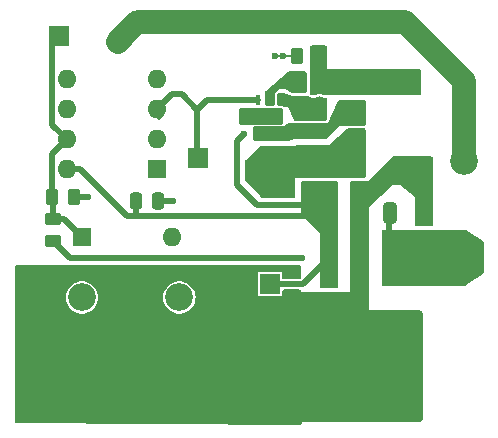
<source format=gbr>
%TF.GenerationSoftware,KiCad,Pcbnew,8.0.7*%
%TF.CreationDate,2025-04-15T22:45:42-07:00*%
%TF.ProjectId,M56PowerPrototype,4d353650-6f77-4657-9250-726f746f7479,rev?*%
%TF.SameCoordinates,Original*%
%TF.FileFunction,Copper,L1,Top*%
%TF.FilePolarity,Positive*%
%FSLAX46Y46*%
G04 Gerber Fmt 4.6, Leading zero omitted, Abs format (unit mm)*
G04 Created by KiCad (PCBNEW 8.0.7) date 2025-04-15 22:45:42*
%MOMM*%
%LPD*%
G01*
G04 APERTURE LIST*
G04 Aperture macros list*
%AMRoundRect*
0 Rectangle with rounded corners*
0 $1 Rounding radius*
0 $2 $3 $4 $5 $6 $7 $8 $9 X,Y pos of 4 corners*
0 Add a 4 corners polygon primitive as box body*
4,1,4,$2,$3,$4,$5,$6,$7,$8,$9,$2,$3,0*
0 Add four circle primitives for the rounded corners*
1,1,$1+$1,$2,$3*
1,1,$1+$1,$4,$5*
1,1,$1+$1,$6,$7*
1,1,$1+$1,$8,$9*
0 Add four rect primitives between the rounded corners*
20,1,$1+$1,$2,$3,$4,$5,0*
20,1,$1+$1,$4,$5,$6,$7,0*
20,1,$1+$1,$6,$7,$8,$9,0*
20,1,$1+$1,$8,$9,$2,$3,0*%
G04 Aperture macros list end*
%TA.AperFunction,ComponentPad*%
%ADD10C,2.336800*%
%TD*%
%TA.AperFunction,SMDPad,CuDef*%
%ADD11RoundRect,0.225000X-0.250000X0.225000X-0.250000X-0.225000X0.250000X-0.225000X0.250000X0.225000X0*%
%TD*%
%TA.AperFunction,ComponentPad*%
%ADD12R,1.700000X1.700000*%
%TD*%
%TA.AperFunction,SMDPad,CuDef*%
%ADD13RoundRect,0.250000X-0.262500X-0.450000X0.262500X-0.450000X0.262500X0.450000X-0.262500X0.450000X0*%
%TD*%
%TA.AperFunction,ComponentPad*%
%ADD14R,1.600000X1.600000*%
%TD*%
%TA.AperFunction,ComponentPad*%
%ADD15O,1.600000X1.600000*%
%TD*%
%TA.AperFunction,SMDPad,CuDef*%
%ADD16RoundRect,0.250000X0.325000X0.650000X-0.325000X0.650000X-0.325000X-0.650000X0.325000X-0.650000X0*%
%TD*%
%TA.AperFunction,SMDPad,CuDef*%
%ADD17RoundRect,0.250000X-0.250000X-0.475000X0.250000X-0.475000X0.250000X0.475000X-0.250000X0.475000X0*%
%TD*%
%TA.AperFunction,ComponentPad*%
%ADD18R,1.625600X1.625600*%
%TD*%
%TA.AperFunction,ComponentPad*%
%ADD19C,1.625600*%
%TD*%
%TA.AperFunction,SMDPad,CuDef*%
%ADD20RoundRect,0.250000X-0.325000X-0.650000X0.325000X-0.650000X0.325000X0.650000X-0.325000X0.650000X0*%
%TD*%
%TA.AperFunction,SMDPad,CuDef*%
%ADD21RoundRect,0.250000X0.450000X-0.262500X0.450000X0.262500X-0.450000X0.262500X-0.450000X-0.262500X0*%
%TD*%
%TA.AperFunction,SMDPad,CuDef*%
%ADD22RoundRect,0.250000X-0.300000X2.050000X-0.300000X-2.050000X0.300000X-2.050000X0.300000X2.050000X0*%
%TD*%
%TA.AperFunction,SMDPad,CuDef*%
%ADD23RoundRect,0.250000X-2.375000X2.025000X-2.375000X-2.025000X2.375000X-2.025000X2.375000X2.025000X0*%
%TD*%
%TA.AperFunction,SMDPad,CuDef*%
%ADD24RoundRect,0.250002X-5.149998X4.449998X-5.149998X-4.449998X5.149998X-4.449998X5.149998X4.449998X0*%
%TD*%
%TA.AperFunction,SMDPad,CuDef*%
%ADD25R,0.400000X0.950000*%
%TD*%
%TA.AperFunction,SMDPad,CuDef*%
%ADD26R,1.900000X1.200000*%
%TD*%
%TA.AperFunction,ViaPad*%
%ADD27C,0.600000*%
%TD*%
%TA.AperFunction,Conductor*%
%ADD28C,0.500000*%
%TD*%
%TA.AperFunction,Conductor*%
%ADD29C,2.000000*%
%TD*%
%TA.AperFunction,Conductor*%
%ADD30C,0.200000*%
%TD*%
G04 APERTURE END LIST*
D10*
%TO.P,J1,1,1*%
%TO.N,+BATT*%
X104836000Y-53822600D03*
%TO.P,J1,2,2*%
%TO.N,-BATT*%
X104836000Y-45567600D03*
%TD*%
D11*
%TO.P,C3,1*%
%TO.N,+5V*%
X91000000Y-41600000D03*
%TO.P,C3,2*%
%TO.N,-BATT*%
X91000000Y-43150000D03*
%TD*%
D12*
%TO.P,TP4,1,1*%
%TO.N,+5V*%
X88400000Y-56000000D03*
%TD*%
D13*
%TO.P,R2,1*%
%TO.N,-BATT*%
X90675000Y-36700000D03*
%TO.P,R2,2*%
%TO.N,Net-(D2-K)*%
X92500000Y-36700000D03*
%TD*%
%TO.P,R4,1*%
%TO.N,/VOLTAGE_MON*%
X69987500Y-48600000D03*
%TO.P,R4,2*%
%TO.N,-BATT*%
X71812500Y-48600000D03*
%TD*%
D12*
%TO.P,TP2,1,1*%
%TO.N,/VOLTAGE_MON*%
X70500000Y-35000000D03*
%TD*%
D14*
%TO.P,D1,1,K*%
%TO.N,/VOLTAGE_MON*%
X72490000Y-52000000D03*
D15*
%TO.P,D1,2,A*%
%TO.N,-BATT*%
X80110000Y-52000000D03*
%TD*%
D13*
%TO.P,R1,1*%
%TO.N,Net-(U3-OUT)*%
X90687500Y-38900000D03*
%TO.P,R1,2*%
%TO.N,Net-(D2-K)*%
X92512500Y-38900000D03*
%TD*%
D16*
%TO.P,C1,1*%
%TO.N,-BATT*%
X101475000Y-50000000D03*
%TO.P,C1,2*%
%TO.N,+BATT*%
X98525000Y-50000000D03*
%TD*%
D10*
%TO.P,J2,1,1*%
%TO.N,+BATT*%
X72477400Y-57136000D03*
%TO.P,J2,2,2*%
%TO.N,/-SOLAR*%
X80732400Y-57136000D03*
%TD*%
D17*
%TO.P,C5,1*%
%TO.N,+5V*%
X77050000Y-49000000D03*
%TO.P,C5,2*%
%TO.N,-BATT*%
X78950000Y-49000000D03*
%TD*%
D18*
%TO.P,U2,1,G*%
%TO.N,Net-(D2-K)*%
X95300000Y-38920000D03*
D19*
%TO.P,U2,2,D*%
%TO.N,-BATT*%
X95300000Y-41460000D03*
%TO.P,U2,3,S*%
%TO.N,/-SOLAR*%
X95300000Y-44000000D03*
%TD*%
D20*
%TO.P,C2,1*%
%TO.N,+5V*%
X93025000Y-48400000D03*
%TO.P,C2,2*%
%TO.N,-BATT*%
X95975000Y-48400000D03*
%TD*%
D21*
%TO.P,R3,1*%
%TO.N,+BATT*%
X70000000Y-52312500D03*
%TO.P,R3,2*%
%TO.N,/VOLTAGE_MON*%
X70000000Y-50487500D03*
%TD*%
D22*
%TO.P,U1,1,IN*%
%TO.N,+BATT*%
X98500000Y-53800000D03*
%TO.P,U1,2,GND*%
%TO.N,-BATT*%
X95960000Y-53800000D03*
D23*
X98735000Y-60525000D03*
X93185000Y-60525000D03*
D24*
X95960000Y-62950000D03*
D23*
X98735000Y-65375000D03*
X93185000Y-65375000D03*
D22*
%TO.P,U1,3,OUT*%
%TO.N,+5V*%
X93420000Y-53800000D03*
%TD*%
D12*
%TO.P,TP3,1,1*%
%TO.N,/PWM_DRIVER*%
X82300000Y-45300000D03*
%TD*%
D14*
%TO.P,D2,1,K*%
%TO.N,Net-(D2-K)*%
X100000000Y-38890000D03*
D15*
%TO.P,D2,2,A*%
%TO.N,-BATT*%
X100000000Y-46510000D03*
%TD*%
D25*
%TO.P,U3,1,IN-*%
%TO.N,-BATT*%
X87399998Y-43249996D03*
%TO.P,U3,2,GND*%
X88349999Y-43249996D03*
%TO.P,U3,3,GND*%
X89300000Y-43249996D03*
%TO.P,U3,4,VDD*%
%TO.N,+5V*%
X89300000Y-40400000D03*
%TO.P,U3,5,OUT*%
%TO.N,Net-(U3-OUT)*%
X88349999Y-40400000D03*
%TO.P,U3,6,IN+*%
%TO.N,/PWM_DRIVER*%
X87399998Y-40400000D03*
D26*
%TO.P,U3,7,EPAD*%
%TO.N,-BATT*%
X88349999Y-41824998D03*
%TD*%
D11*
%TO.P,C4,1*%
%TO.N,+5V*%
X92500000Y-41525000D03*
%TO.P,C4,2*%
%TO.N,-BATT*%
X92500000Y-43075000D03*
%TD*%
D14*
%TO.P,U4,1,~{RESET}/PB5*%
%TO.N,unconnected-(U4-~{RESET}{slash}PB5-Pad1)*%
X78800000Y-46300000D03*
D15*
%TO.P,U4,2,XTAL1/PB3*%
%TO.N,unconnected-(U4-XTAL1{slash}PB3-Pad2)*%
X78800000Y-43760000D03*
%TO.P,U4,3,XTAL2/PB4*%
%TO.N,/PWM_DRIVER*%
X78800000Y-41220000D03*
%TO.P,U4,4,GND*%
%TO.N,-BATT*%
X78800000Y-38680000D03*
%TO.P,U4,5,AREF/PB0*%
%TO.N,unconnected-(U4-AREF{slash}PB0-Pad5)*%
X71180000Y-38680000D03*
%TO.P,U4,6,PB1*%
%TO.N,unconnected-(U4-PB1-Pad6)*%
X71180000Y-41220000D03*
%TO.P,U4,7,PB2*%
%TO.N,/VOLTAGE_MON*%
X71180000Y-43760000D03*
%TO.P,U4,8,VCC*%
%TO.N,+5V*%
X71180000Y-46300000D03*
%TD*%
D27*
%TO.N,-BATT*%
X77000000Y-34000000D03*
X76500000Y-34500000D03*
X76000000Y-35000000D03*
X75500000Y-35500000D03*
X88800000Y-36700000D03*
X101800000Y-47000000D03*
X101800000Y-45600000D03*
X101100000Y-45600000D03*
X101800000Y-46300000D03*
X80200000Y-49000000D03*
X89500000Y-36700000D03*
X73000000Y-48600000D03*
X86100000Y-41800000D03*
%TO.N,+BATT*%
X100300000Y-55500000D03*
X91100000Y-53800000D03*
X99700000Y-54900000D03*
%TO.N,+5V*%
X91700000Y-49300000D03*
X92600000Y-40400000D03*
X92400000Y-50200000D03*
X77100000Y-50200000D03*
X86200000Y-43300000D03*
%TO.N,/-SOLAR*%
X89400000Y-48300000D03*
X87400000Y-47700000D03*
X88700000Y-48300000D03*
X90100000Y-48300000D03*
X88000000Y-48200000D03*
X86900000Y-47100000D03*
%TO.N,/PWM_DRIVER*%
X82225000Y-41225000D03*
%TD*%
D28*
%TO.N,/PWM_DRIVER*%
X82225000Y-41225000D02*
X80930000Y-39930000D01*
X80930000Y-39930000D02*
X80090000Y-39930000D01*
X80090000Y-39930000D02*
X78800000Y-41220000D01*
%TO.N,/VOLTAGE_MON*%
X69930000Y-35570000D02*
X70500000Y-35000000D01*
X69930000Y-42510000D02*
X69930000Y-35570000D01*
X71180000Y-43760000D02*
X69930000Y-42510000D01*
%TO.N,+5V*%
X72360000Y-46300000D02*
X71180000Y-46300000D01*
X76260000Y-50200000D02*
X72360000Y-46300000D01*
%TO.N,/VOLTAGE_MON*%
X69930000Y-45010000D02*
X71180000Y-43760000D01*
X69987500Y-48600000D02*
X69930000Y-48542500D01*
X69930000Y-48542500D02*
X69930000Y-45010000D01*
D29*
%TO.N,-BATT*%
X77000000Y-34000000D02*
X76500000Y-34500000D01*
X76500000Y-34500000D02*
X76000000Y-35000000D01*
X76000000Y-35000000D02*
X75500000Y-35500000D01*
X77200000Y-33800000D02*
X77000000Y-34000000D01*
X99800000Y-33800000D02*
X77200000Y-33800000D01*
X104836000Y-45567600D02*
X104836000Y-38836000D01*
X104836000Y-38836000D02*
X99800000Y-33800000D01*
D28*
X96005000Y-48430000D02*
X95975000Y-48400000D01*
D30*
X89500000Y-36700000D02*
X88800000Y-36700000D01*
D28*
%TO.N,/PWM_DRIVER*%
X79030000Y-41800000D02*
X79000000Y-41830000D01*
%TO.N,-BATT*%
X96005000Y-50505000D02*
X95960000Y-50550000D01*
D30*
X90675000Y-36700000D02*
X89500000Y-36700000D01*
D28*
X73000000Y-48600000D02*
X71812500Y-48600000D01*
X78950000Y-49000000D02*
X80200000Y-49000000D01*
%TO.N,+BATT*%
X71487500Y-53800000D02*
X70000000Y-52312500D01*
X98500000Y-50025000D02*
X98525000Y-50000000D01*
X98500000Y-53800000D02*
X98500000Y-50025000D01*
X91100000Y-53800000D02*
X71487500Y-53800000D01*
%TO.N,+5V*%
X91220000Y-56000000D02*
X93420000Y-53800000D01*
X77050000Y-50150000D02*
X77100000Y-50200000D01*
X77100000Y-50200000D02*
X92400000Y-50200000D01*
X76260000Y-50200000D02*
X77100000Y-50200000D01*
X87300000Y-49300000D02*
X91700000Y-49300000D01*
X85600000Y-47600000D02*
X87300000Y-49300000D01*
X86200000Y-43300000D02*
X85600000Y-43900000D01*
X88400000Y-56000000D02*
X91220000Y-56000000D01*
X77050000Y-49000000D02*
X77050000Y-50150000D01*
X85600000Y-43900000D02*
X85600000Y-47600000D01*
%TO.N,/VOLTAGE_MON*%
X70000000Y-50487500D02*
X70977500Y-50487500D01*
X70000000Y-48612500D02*
X69987500Y-48600000D01*
X70977500Y-50487500D02*
X72490000Y-52000000D01*
X70000000Y-50487500D02*
X70000000Y-48612500D01*
%TO.N,/PWM_DRIVER*%
X82200000Y-41250000D02*
X82225000Y-41225000D01*
X83050000Y-40400000D02*
X87399998Y-40400000D01*
X82300000Y-45300000D02*
X82200000Y-45200000D01*
X82225000Y-41225000D02*
X83050000Y-40400000D01*
X82200000Y-45200000D02*
X82200000Y-41250000D01*
%TD*%
%TA.AperFunction,Conductor*%
%TO.N,-BATT*%
G36*
X102143039Y-45219685D02*
G01*
X102188794Y-45272489D01*
X102200000Y-45324000D01*
X102200000Y-50976000D01*
X102180315Y-51043039D01*
X102127511Y-51088794D01*
X102076000Y-51100000D01*
X100824000Y-51100000D01*
X100756961Y-51080315D01*
X100711206Y-51027511D01*
X100700000Y-50976000D01*
X100700000Y-48599999D01*
X99400001Y-47600000D01*
X101200000Y-47600000D01*
X101200000Y-45200000D01*
X102076000Y-45200000D01*
X102143039Y-45219685D01*
G37*
%TD.AperFunction*%
%TD*%
%TA.AperFunction,Conductor*%
%TO.N,-BATT*%
G36*
X101200000Y-47600000D02*
G01*
X98800000Y-47600000D01*
X96800000Y-49499999D01*
X96800000Y-47300000D01*
X98763350Y-45238483D01*
X98823838Y-45203513D01*
X98853143Y-45200000D01*
X101200000Y-45200000D01*
X101200000Y-47600000D01*
G37*
%TD.AperFunction*%
%TD*%
%TA.AperFunction,Conductor*%
%TO.N,+BATT*%
G36*
X105029495Y-51419685D02*
G01*
X105031239Y-51420826D01*
X106444784Y-52363189D01*
X106489644Y-52416753D01*
X106500000Y-52466362D01*
X106500000Y-55032540D01*
X106480315Y-55099579D01*
X106443363Y-55136647D01*
X105270549Y-55895527D01*
X104912029Y-56127511D01*
X104830744Y-56180107D01*
X104763766Y-56199999D01*
X104763381Y-56200000D01*
X98024000Y-56200000D01*
X97956961Y-56180315D01*
X97911206Y-56127511D01*
X97900000Y-56076000D01*
X97900000Y-51524000D01*
X97919685Y-51456961D01*
X97972489Y-51411206D01*
X98024000Y-51400000D01*
X104962456Y-51400000D01*
X105029495Y-51419685D01*
G37*
%TD.AperFunction*%
%TD*%
%TA.AperFunction,Conductor*%
%TO.N,-BATT*%
G36*
X90943954Y-54419685D02*
G01*
X90989709Y-54472489D01*
X91000911Y-54523079D01*
X91007589Y-55424582D01*
X90988402Y-55491765D01*
X90935939Y-55537910D01*
X90883593Y-55549500D01*
X89574500Y-55549500D01*
X89507461Y-55529815D01*
X89461706Y-55477011D01*
X89450500Y-55425500D01*
X89450500Y-55130249D01*
X89450499Y-55130247D01*
X89438868Y-55071770D01*
X89438867Y-55071769D01*
X89394552Y-55005447D01*
X89328230Y-54961132D01*
X89328229Y-54961131D01*
X89269752Y-54949500D01*
X89269748Y-54949500D01*
X87530252Y-54949500D01*
X87530247Y-54949500D01*
X87471770Y-54961131D01*
X87471769Y-54961132D01*
X87405447Y-55005447D01*
X87361132Y-55071769D01*
X87361131Y-55071770D01*
X87349500Y-55130247D01*
X87349500Y-56869752D01*
X87361131Y-56928229D01*
X87361132Y-56928230D01*
X87405447Y-56994552D01*
X87471769Y-57038867D01*
X87471770Y-57038868D01*
X87530247Y-57050499D01*
X87530250Y-57050500D01*
X87530252Y-57050500D01*
X89269750Y-57050500D01*
X89269751Y-57050499D01*
X89284568Y-57047552D01*
X89328229Y-57038868D01*
X89328229Y-57038867D01*
X89328231Y-57038867D01*
X89394552Y-56994552D01*
X89438867Y-56928231D01*
X89438867Y-56928229D01*
X89438868Y-56928229D01*
X89450499Y-56869752D01*
X89450500Y-56869750D01*
X89450500Y-56574500D01*
X89470185Y-56507461D01*
X89522989Y-56461706D01*
X89574500Y-56450500D01*
X90892104Y-56450500D01*
X90959143Y-56470185D01*
X91004898Y-56522989D01*
X91016100Y-56573579D01*
X91017036Y-56700000D01*
X90300000Y-56700000D01*
X90300000Y-58300000D01*
X91028889Y-58300000D01*
X91030130Y-58467559D01*
X91099070Y-67774566D01*
X91079882Y-67841749D01*
X91027419Y-67887894D01*
X90974563Y-67899483D01*
X66923490Y-67800508D01*
X66856532Y-67780548D01*
X66810995Y-67727556D01*
X66800000Y-67676509D01*
X66800000Y-57135994D01*
X71103808Y-57135994D01*
X71103808Y-57136005D01*
X71122541Y-57362082D01*
X71178233Y-57582005D01*
X71269362Y-57789759D01*
X71393441Y-57979675D01*
X71393443Y-57979678D01*
X71547091Y-58146584D01*
X71726116Y-58285925D01*
X71925634Y-58393899D01*
X71925637Y-58393900D01*
X72140199Y-58467559D01*
X72140201Y-58467559D01*
X72140203Y-58467560D01*
X72363970Y-58504900D01*
X72363971Y-58504900D01*
X72590829Y-58504900D01*
X72590830Y-58504900D01*
X72814597Y-58467560D01*
X73029166Y-58393899D01*
X73228684Y-58285925D01*
X73407709Y-58146584D01*
X73561357Y-57979678D01*
X73685438Y-57789758D01*
X73776567Y-57582005D01*
X73832258Y-57362086D01*
X73850992Y-57136000D01*
X73850992Y-57135994D01*
X79358808Y-57135994D01*
X79358808Y-57136005D01*
X79377541Y-57362082D01*
X79433233Y-57582005D01*
X79524362Y-57789759D01*
X79648441Y-57979675D01*
X79648443Y-57979678D01*
X79802091Y-58146584D01*
X79981116Y-58285925D01*
X80180634Y-58393899D01*
X80180637Y-58393900D01*
X80395199Y-58467559D01*
X80395201Y-58467559D01*
X80395203Y-58467560D01*
X80618970Y-58504900D01*
X80618971Y-58504900D01*
X80845829Y-58504900D01*
X80845830Y-58504900D01*
X81069597Y-58467560D01*
X81284166Y-58393899D01*
X81483684Y-58285925D01*
X81662709Y-58146584D01*
X81816357Y-57979678D01*
X81940438Y-57789758D01*
X82031567Y-57582005D01*
X82087258Y-57362086D01*
X82105992Y-57136000D01*
X82097943Y-57038868D01*
X82088776Y-56928230D01*
X82087258Y-56909914D01*
X82031567Y-56689995D01*
X81940438Y-56482242D01*
X81816357Y-56292322D01*
X81662709Y-56125416D01*
X81483684Y-55986075D01*
X81483682Y-55986074D01*
X81483681Y-55986073D01*
X81284167Y-55878101D01*
X81284162Y-55878099D01*
X81069600Y-55804440D01*
X80901771Y-55776435D01*
X80845830Y-55767100D01*
X80618970Y-55767100D01*
X80574216Y-55774568D01*
X80395199Y-55804440D01*
X80180637Y-55878099D01*
X80180632Y-55878101D01*
X79981118Y-55986073D01*
X79802092Y-56125415D01*
X79648444Y-56292320D01*
X79648441Y-56292324D01*
X79524362Y-56482240D01*
X79433233Y-56689994D01*
X79377541Y-56909917D01*
X79358808Y-57135994D01*
X73850992Y-57135994D01*
X73842943Y-57038868D01*
X73833776Y-56928230D01*
X73832258Y-56909914D01*
X73776567Y-56689995D01*
X73685438Y-56482242D01*
X73561357Y-56292322D01*
X73407709Y-56125416D01*
X73228684Y-55986075D01*
X73228682Y-55986074D01*
X73228681Y-55986073D01*
X73029167Y-55878101D01*
X73029162Y-55878099D01*
X72814600Y-55804440D01*
X72646771Y-55776435D01*
X72590830Y-55767100D01*
X72363970Y-55767100D01*
X72319216Y-55774568D01*
X72140199Y-55804440D01*
X71925637Y-55878099D01*
X71925632Y-55878101D01*
X71726118Y-55986073D01*
X71547092Y-56125415D01*
X71393444Y-56292320D01*
X71393441Y-56292324D01*
X71269362Y-56482240D01*
X71178233Y-56689994D01*
X71122541Y-56909917D01*
X71103808Y-57135994D01*
X66800000Y-57135994D01*
X66800000Y-54524000D01*
X66819685Y-54456961D01*
X66872489Y-54411206D01*
X66924000Y-54400000D01*
X90876915Y-54400000D01*
X90943954Y-54419685D01*
G37*
%TD.AperFunction*%
%TD*%
%TA.AperFunction,Conductor*%
%TO.N,Net-(D2-K)*%
G36*
X101143039Y-37819685D02*
G01*
X101188794Y-37872489D01*
X101200000Y-37924000D01*
X101200000Y-39876000D01*
X101180315Y-39943039D01*
X101127511Y-39988794D01*
X101076000Y-40000000D01*
X96400000Y-40000000D01*
X96400000Y-37800000D01*
X101076000Y-37800000D01*
X101143039Y-37819685D01*
G37*
%TD.AperFunction*%
%TD*%
%TA.AperFunction,Conductor*%
%TO.N,-BATT*%
G36*
X96443039Y-40419685D02*
G01*
X96488794Y-40472489D01*
X96500000Y-40524000D01*
X96500000Y-42470500D01*
X96480315Y-42537539D01*
X96427511Y-42583294D01*
X96376000Y-42594500D01*
X95046579Y-42594500D01*
X95031443Y-42595059D01*
X95013199Y-42596408D01*
X95007692Y-42597318D01*
X95007627Y-42596929D01*
X94983532Y-42600000D01*
X94299999Y-42600000D01*
X93236319Y-43663681D01*
X93174996Y-43697166D01*
X93148638Y-43700000D01*
X90400000Y-43700000D01*
X90026181Y-43886909D01*
X89970728Y-43900000D01*
X87124000Y-43900000D01*
X87056961Y-43880315D01*
X87011206Y-43827511D01*
X87000000Y-43776000D01*
X87000000Y-42724000D01*
X87019685Y-42656961D01*
X87072489Y-42611206D01*
X87124000Y-42600000D01*
X89600000Y-42600000D01*
X89868761Y-42420826D01*
X89935460Y-42400018D01*
X89937544Y-42400000D01*
X93299999Y-42400000D01*
X93300000Y-42400000D01*
X94167098Y-40473114D01*
X94212559Y-40420058D01*
X94279488Y-40400002D01*
X94280176Y-40400000D01*
X96376000Y-40400000D01*
X96443039Y-40419685D01*
G37*
%TD.AperFunction*%
%TD*%
%TA.AperFunction,Conductor*%
%TO.N,/-SOLAR*%
G36*
X96443039Y-42819685D02*
G01*
X96488794Y-42872489D01*
X96500000Y-42924000D01*
X96500000Y-46876000D01*
X96480315Y-46943039D01*
X96427511Y-46988794D01*
X96376000Y-47000000D01*
X90500000Y-47000000D01*
X90500000Y-48576000D01*
X90480315Y-48643039D01*
X90427511Y-48688794D01*
X90376000Y-48700000D01*
X87753884Y-48700000D01*
X87686845Y-48680315D01*
X87663233Y-48660607D01*
X87584266Y-48576000D01*
X86333349Y-47235731D01*
X86301997Y-47173291D01*
X86300000Y-47151124D01*
X86300000Y-45557032D01*
X86319685Y-45489993D01*
X86343302Y-45462884D01*
X87666111Y-44329047D01*
X87729818Y-44300366D01*
X87744614Y-44299217D01*
X93400000Y-44200000D01*
X94964937Y-42830679D01*
X95028352Y-42801349D01*
X95046592Y-42800000D01*
X96376000Y-42800000D01*
X96443039Y-42819685D01*
G37*
%TD.AperFunction*%
%TD*%
%TA.AperFunction,Conductor*%
%TO.N,+5V*%
G36*
X89623394Y-39810026D02*
G01*
X90300000Y-40100000D01*
X91634962Y-40100000D01*
X91702001Y-40119685D01*
X91711949Y-40127786D01*
X91712202Y-40127456D01*
X91719249Y-40132845D01*
X91768986Y-40160666D01*
X91799063Y-40177490D01*
X91866102Y-40197175D01*
X91924000Y-40205500D01*
X91924004Y-40205500D01*
X92260245Y-40205500D01*
X92260248Y-40205500D01*
X92318144Y-40197176D01*
X92385182Y-40177492D01*
X92438389Y-40153193D01*
X92461195Y-40138535D01*
X92493300Y-40123874D01*
X92540481Y-40110022D01*
X92575412Y-40105000D01*
X92624588Y-40105000D01*
X92659521Y-40110022D01*
X92706700Y-40123874D01*
X92738807Y-40138537D01*
X92761614Y-40153194D01*
X92814818Y-40177492D01*
X92881856Y-40197176D01*
X92939752Y-40205500D01*
X93076000Y-40205500D01*
X93143039Y-40225185D01*
X93188794Y-40277989D01*
X93200000Y-40329500D01*
X93200000Y-42070500D01*
X93180315Y-42137539D01*
X93127511Y-42183294D01*
X93076000Y-42194500D01*
X90573886Y-42194500D01*
X90506847Y-42174815D01*
X90462977Y-42125954D01*
X89900001Y-41000001D01*
X89900000Y-41000000D01*
X89899999Y-41000000D01*
X89665038Y-41000000D01*
X89597999Y-40980315D01*
X89588050Y-40972213D01*
X89587798Y-40972544D01*
X89580750Y-40967154D01*
X89500940Y-40922511D01*
X89500935Y-40922509D01*
X89433903Y-40902826D01*
X89433899Y-40902825D01*
X89433898Y-40902825D01*
X89376000Y-40894500D01*
X89375996Y-40894500D01*
X89129500Y-40894500D01*
X89062461Y-40874815D01*
X89016706Y-40822011D01*
X89005500Y-40770500D01*
X89005500Y-39964749D01*
X89025185Y-39897710D01*
X89055099Y-39865549D01*
X89109434Y-39824798D01*
X89174876Y-39800324D01*
X89183833Y-39800000D01*
X89574548Y-39800000D01*
X89623394Y-39810026D01*
G37*
%TD.AperFunction*%
%TD*%
%TA.AperFunction,Conductor*%
%TO.N,Net-(D2-K)*%
G36*
X93143039Y-35819685D02*
G01*
X93188794Y-35872489D01*
X93200000Y-35924000D01*
X93200000Y-37800000D01*
X91800000Y-37800000D01*
X91800000Y-35924000D01*
X91819685Y-35856961D01*
X91872489Y-35811206D01*
X91924000Y-35800000D01*
X93076000Y-35800000D01*
X93143039Y-35819685D01*
G37*
%TD.AperFunction*%
%TD*%
%TA.AperFunction,Conductor*%
%TO.N,Net-(D2-K)*%
G36*
X96400000Y-40000000D02*
G01*
X92939752Y-40000000D01*
X92872714Y-39980316D01*
X92810050Y-39940045D01*
X92671963Y-39899500D01*
X92671961Y-39899500D01*
X92528039Y-39899500D01*
X92528036Y-39899500D01*
X92389950Y-39940045D01*
X92389948Y-39940045D01*
X92327286Y-39980316D01*
X92260248Y-40000000D01*
X91924000Y-40000000D01*
X91856961Y-39980315D01*
X91811206Y-39927511D01*
X91800000Y-39876000D01*
X91800000Y-37800000D01*
X93200000Y-37800000D01*
X96400000Y-37800000D01*
X96400000Y-40000000D01*
G37*
%TD.AperFunction*%
%TD*%
%TA.AperFunction,Conductor*%
%TO.N,-BATT*%
G36*
X95200000Y-58300000D02*
G01*
X90300000Y-58300000D01*
X90300000Y-56700000D01*
X95200000Y-56700000D01*
X95200000Y-58300000D01*
G37*
%TD.AperFunction*%
%TD*%
%TA.AperFunction,Conductor*%
%TO.N,+5V*%
G36*
X94143039Y-47319685D02*
G01*
X94188794Y-47372489D01*
X94200000Y-47424000D01*
X94200000Y-56176000D01*
X94180315Y-56243039D01*
X94127511Y-56288794D01*
X94076000Y-56300000D01*
X92724000Y-56300000D01*
X92656961Y-56280315D01*
X92611206Y-56227511D01*
X92600000Y-56176000D01*
X92600000Y-51800000D01*
X91031321Y-50035236D01*
X91001495Y-49972052D01*
X91000000Y-49952855D01*
X91000000Y-47424000D01*
X91019685Y-47356961D01*
X91072489Y-47311206D01*
X91124000Y-47300000D01*
X94076000Y-47300000D01*
X94143039Y-47319685D01*
G37*
%TD.AperFunction*%
%TD*%
%TA.AperFunction,Conductor*%
%TO.N,-BATT*%
G36*
X96800000Y-49499999D02*
G01*
X96800000Y-58176000D01*
X96780315Y-58243039D01*
X96727511Y-58288794D01*
X96676000Y-58300000D01*
X95200000Y-58300000D01*
X95200000Y-47424000D01*
X95219685Y-47356961D01*
X95272489Y-47311206D01*
X95324000Y-47300000D01*
X96799999Y-47300000D01*
X96800000Y-47300000D01*
X96800000Y-49499999D01*
G37*
%TD.AperFunction*%
%TD*%
%TA.AperFunction,Conductor*%
%TO.N,-BATT*%
G36*
X89443039Y-41119685D02*
G01*
X89488794Y-41172489D01*
X89500000Y-41224000D01*
X89500000Y-42376000D01*
X89480315Y-42443039D01*
X89427511Y-42488794D01*
X89376000Y-42500000D01*
X85924000Y-42500000D01*
X85856961Y-42480315D01*
X85811206Y-42427511D01*
X85800000Y-42376000D01*
X85800000Y-41224000D01*
X85819685Y-41156961D01*
X85872489Y-41111206D01*
X85924000Y-41100000D01*
X89376000Y-41100000D01*
X89443039Y-41119685D01*
G37*
%TD.AperFunction*%
%TD*%
%TA.AperFunction,Conductor*%
%TO.N,Net-(U3-OUT)*%
G36*
X91443039Y-38019685D02*
G01*
X91488794Y-38072489D01*
X91500000Y-38124000D01*
X91500000Y-39676000D01*
X91480315Y-39743039D01*
X91427511Y-39788794D01*
X91376000Y-39800000D01*
X90329272Y-39800000D01*
X90273818Y-39786909D01*
X89700000Y-39500000D01*
X89200001Y-39500000D01*
X89200000Y-39500000D01*
X89028572Y-39628571D01*
X88800000Y-39799999D01*
X88800000Y-40770500D01*
X88780315Y-40837539D01*
X88727511Y-40883294D01*
X88676000Y-40894500D01*
X88124000Y-40894500D01*
X88056961Y-40874815D01*
X88011206Y-40822011D01*
X88000000Y-40770500D01*
X88000000Y-39757341D01*
X88019685Y-39690302D01*
X88043685Y-39662867D01*
X89965272Y-38029518D01*
X90029099Y-38001100D01*
X90045579Y-38000000D01*
X91376000Y-38000000D01*
X91443039Y-38019685D01*
G37*
%TD.AperFunction*%
%TD*%
M02*

</source>
